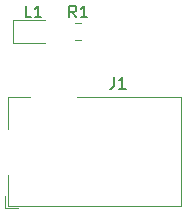
<source format=gbr>
%TF.GenerationSoftware,KiCad,Pcbnew,(5.1.6-0-10_14)*%
%TF.CreationDate,2020-05-30T19:25:13-03:00*%
%TF.ProjectId,kicad_template,6b696361-645f-4746-956d-706c6174652e,1*%
%TF.SameCoordinates,Original*%
%TF.FileFunction,Legend,Top*%
%TF.FilePolarity,Positive*%
%FSLAX46Y46*%
G04 Gerber Fmt 4.6, Leading zero omitted, Abs format (unit mm)*
G04 Created by KiCad (PCBNEW (5.1.6-0-10_14)) date 2020-05-30 19:25:13*
%MOMM*%
%LPD*%
G01*
G04 APERTURE LIST*
%ADD10C,0.120000*%
%ADD11C,0.150000*%
G04 APERTURE END LIST*
D10*
%TO.C,J1*%
X155310000Y-113820000D02*
X155310000Y-111220000D01*
X170010000Y-113820000D02*
X155310000Y-113820000D01*
X155310000Y-104620000D02*
X157210000Y-104620000D01*
X155310000Y-107320000D02*
X155310000Y-104620000D01*
X170010000Y-104620000D02*
X170010000Y-113820000D01*
X161210000Y-104620000D02*
X170010000Y-104620000D01*
X156160000Y-114020000D02*
X155110000Y-114020000D01*
X155110000Y-112970000D02*
X155110000Y-114020000D01*
%TO.C,L1*%
X158480000Y-98100000D02*
X155795000Y-98100000D01*
X155795000Y-98100000D02*
X155795000Y-100020000D01*
X155795000Y-100020000D02*
X158480000Y-100020000D01*
%TO.C,R1*%
X161031422Y-99770000D02*
X161548578Y-99770000D01*
X161031422Y-98350000D02*
X161548578Y-98350000D01*
%TD*%
%TO.C,J1*%
D11*
X164326666Y-102922380D02*
X164326666Y-103636666D01*
X164279047Y-103779523D01*
X164183809Y-103874761D01*
X164040952Y-103922380D01*
X163945714Y-103922380D01*
X165326666Y-103922380D02*
X164755238Y-103922380D01*
X165040952Y-103922380D02*
X165040952Y-102922380D01*
X164945714Y-103065238D01*
X164850476Y-103160476D01*
X164755238Y-103208095D01*
%TO.C,L1*%
X157313333Y-97862380D02*
X156837142Y-97862380D01*
X156837142Y-96862380D01*
X158170476Y-97862380D02*
X157599047Y-97862380D01*
X157884761Y-97862380D02*
X157884761Y-96862380D01*
X157789523Y-97005238D01*
X157694285Y-97100476D01*
X157599047Y-97148095D01*
%TO.C,R1*%
X161123333Y-97862380D02*
X160790000Y-97386190D01*
X160551904Y-97862380D02*
X160551904Y-96862380D01*
X160932857Y-96862380D01*
X161028095Y-96910000D01*
X161075714Y-96957619D01*
X161123333Y-97052857D01*
X161123333Y-97195714D01*
X161075714Y-97290952D01*
X161028095Y-97338571D01*
X160932857Y-97386190D01*
X160551904Y-97386190D01*
X162075714Y-97862380D02*
X161504285Y-97862380D01*
X161790000Y-97862380D02*
X161790000Y-96862380D01*
X161694761Y-97005238D01*
X161599523Y-97100476D01*
X161504285Y-97148095D01*
%TD*%
M02*

</source>
